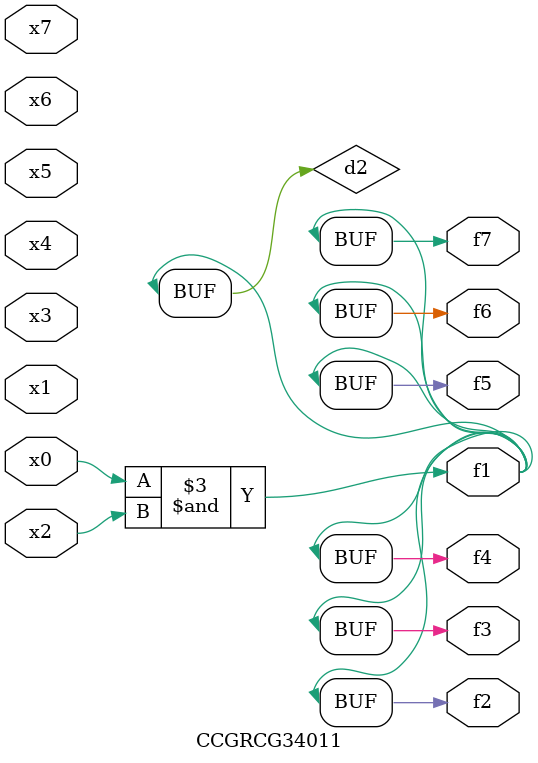
<source format=v>
module CCGRCG34011(
	input x0, x1, x2, x3, x4, x5, x6, x7,
	output f1, f2, f3, f4, f5, f6, f7
);

	wire d1, d2;

	nor (d1, x3, x6);
	and (d2, x0, x2);
	assign f1 = d2;
	assign f2 = d2;
	assign f3 = d2;
	assign f4 = d2;
	assign f5 = d2;
	assign f6 = d2;
	assign f7 = d2;
endmodule

</source>
